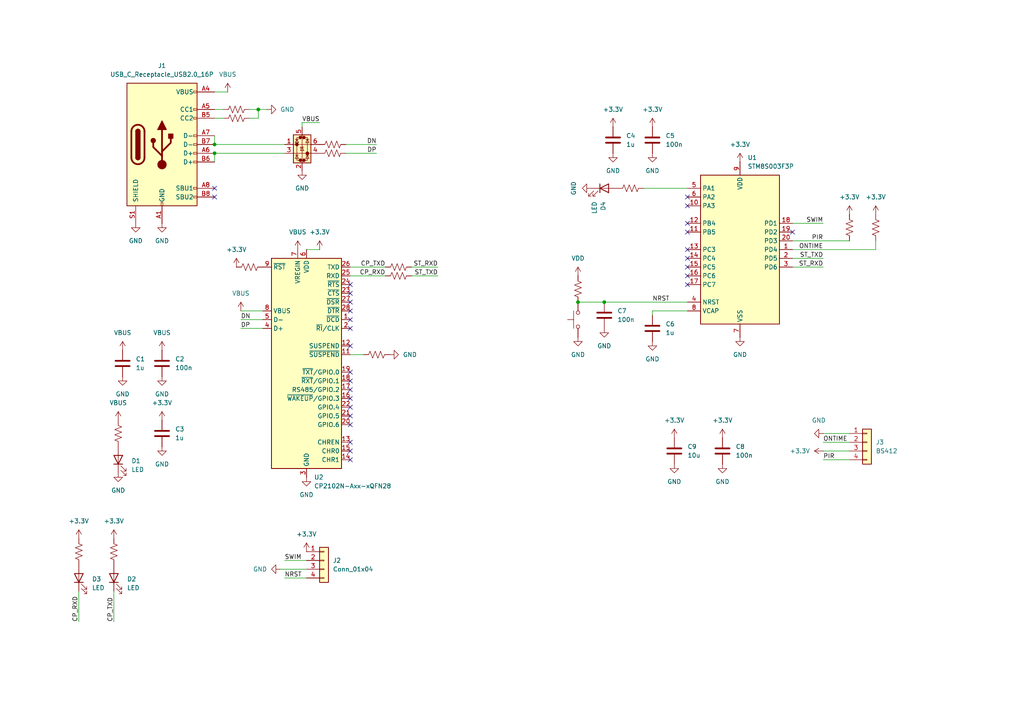
<source format=kicad_sch>
(kicad_sch (version 20231120) (generator "eeschema") (generator_version "8.0")
  (paper "A4")
  (lib_symbols
    (symbol "Connector:USB_C_Receptacle_USB2.0_16P" (pin_names (offset 1.016))
      (property "Reference" "J" (at 0 22.225 0))
      (property "Value" "USB_C_Receptacle_USB2.0_16P" (at 0 19.685 0))
      (symbol "USB_C_Receptacle_USB2.0_16P_0_0"
        (rectangle (start -0.254 -17.78) (end 0.254 -16.764))
        (rectangle (start 10.16 -14.986) (end 9.144 -15.494))
        (rectangle (start 10.16 -12.446) (end 9.144 -12.954))
        (rectangle (start 10.16 -4.826) (end 9.144 -5.334))
        (rectangle (start 10.16 -2.286) (end 9.144 -2.794))
        (rectangle (start 10.16 0.254) (end 9.144 -0.254))
        (rectangle (start 10.16 2.794) (end 9.144 2.286))
        (rectangle (start 10.16 7.874) (end 9.144 7.366))
        (rectangle (start 10.16 10.414) (end 9.144 9.906))
        (rectangle (start 10.16 15.494) (end 9.144 14.986))
      )
      (symbol "USB_C_Receptacle_USB2.0_16P_0_1"
        (rectangle (start -10.16 17.78) (end 10.16 -17.78) (stroke (width 0.254)) (fill (type background)))
        (arc (start -8.89 -3.81) (mid -6.985 -5.7067) (end -5.08 -3.81) (stroke (width 0.508)))
        (arc (start -7.62 -3.81) (mid -6.985 -4.4423) (end -6.35 -3.81) (stroke (width 0.254)))
        (arc (start -7.62 -3.81) (mid -6.985 -4.4423) (end -6.35 -3.81) (stroke (width 0.254)) (fill (type outline)))
        (rectangle (start -7.62 -3.81) (end -6.35 3.81) (stroke (width 0.254)) (fill (type outline)))
        (arc (start -6.35 3.81) (mid -6.985 4.4423) (end -7.62 3.81) (stroke (width 0.254)))
        (arc (start -6.35 3.81) (mid -6.985 4.4423) (end -7.62 3.81) (stroke (width 0.254)) (fill (type outline)))
        (arc (start -5.08 3.81) (mid -6.985 5.7067) (end -8.89 3.81) (stroke (width 0.508)))
        (circle (center -2.54 1.143) (radius 0.635) (stroke (width 0.254)) (fill (type outline)))
        (circle (center 0 -5.842) (radius 1.27) (fill (type outline)))
        (polyline (pts (xy -8.89 -3.81) (xy -8.89 3.81)) (stroke (width 0.508)))
        (polyline (pts (xy -5.08 3.81) (xy -5.08 -3.81)) (stroke (width 0.508)))
        (polyline (pts (xy 0 -5.842) (xy 0 4.318)) (stroke (width 0.508)))
        (polyline (pts (xy 0 -3.302) (xy -2.54 -0.762) (xy -2.54 0.508)) (stroke (width 0.508)))
        (polyline (pts (xy 0 -2.032) (xy 2.54 0.508) (xy 2.54 1.778)) (stroke (width 0.508)))
        (polyline (pts (xy -1.27 4.318) (xy 0 6.858) (xy 1.27 4.318) (xy -1.27 4.318)) (stroke (width 0.254)) (fill (type outline)))
        (rectangle (start 1.905 1.778) (end 3.175 3.048) (stroke (width 0.254)) (fill (type outline)))
      )
      (symbol "USB_C_Receptacle_USB2.0_16P_1_1"
        (pin passive line (at 0 -22.86 90) (length 5.08) (name "GND") (number "A1"))
        (pin passive line (at 0 -22.86 90) (length 5.08) hide (name "GND") (number "A12"))
        (pin passive line (at 15.24 15.24 180) (length 5.08) (name "VBUS") (number "A4"))
        (pin bidirectional line (at 15.24 10.16 180) (length 5.08) (name "CC1") (number "A5"))
        (pin bidirectional line (at 15.24 -2.54 180) (length 5.08) (name "D+") (number "A6"))
        (pin bidirectional line (at 15.24 2.54 180) (length 5.08) (name "D-") (number "A7"))
        (pin bidirectional line (at 15.24 -12.7 180) (length 5.08) (name "SBU1") (number "A8"))
        (pin passive line (at 15.24 15.24 180) (length 5.08) hide (name "VBUS") (number "A9"))
        (pin passive line (at 0 -22.86 90) (length 5.08) hide (name "GND") (number "B1"))
        (pin passive line (at 0 -22.86 90) (length 5.08) hide (name "GND") (number "B12"))
        (pin passive line (at 15.24 15.24 180) (length 5.08) hide (name "VBUS") (number "B4"))
        (pin bidirectional line (at 15.24 7.62 180) (length 5.08) (name "CC2") (number "B5"))
        (pin bidirectional line (at 15.24 -5.08 180) (length 5.08) (name "D+") (number "B6"))
        (pin bidirectional line (at 15.24 0 180) (length 5.08) (name "D-") (number "B7"))
        (pin bidirectional line (at 15.24 -15.24 180) (length 5.08) (name "SBU2") (number "B8"))
        (pin passive line (at 15.24 15.24 180) (length 5.08) hide (name "VBUS") (number "B9"))
        (pin passive line (at -7.62 -22.86 90) (length 5.08) (name "SHIELD") (number "S1"))
      )
    )
    (symbol "Connector_Generic:Conn_01x04" (pin_names (offset 1.016) hide)
      (property "Reference" "J" (at 0 5.08 0))
      (property "Value" "Conn_01x04" (at 0 -7.62 0))
      (symbol "Conn_01x04_1_1"
        (rectangle (start -1.27 -4.953) (end 0 -5.207) (stroke (width 0.1524)))
        (rectangle (start -1.27 -2.413) (end 0 -2.667) (stroke (width 0.1524)))
        (rectangle (start -1.27 0.127) (end 0 -0.127) (stroke (width 0.1524)))
        (rectangle (start -1.27 2.667) (end 0 2.413) (stroke (width 0.1524)))
        (rectangle (start -1.27 3.81) (end 1.27 -6.35) (stroke (width 0.254)) (fill (type background)))
        (pin passive line (at -5.08 2.54 0) (length 3.81) (name "Pin_1") (number "1"))
        (pin passive line (at -5.08 0 0) (length 3.81) (name "Pin_2") (number "2"))
        (pin passive line (at -5.08 -2.54 0) (length 3.81) (name "Pin_3") (number "3"))
        (pin passive line (at -5.08 -5.08 0) (length 3.81) (name "Pin_4") (number "4"))
      )
    )
    (symbol "Device:C" (pin_numbers hide) (pin_names (offset 0.254))
      (property "Reference" "C" (at 0.635 2.54 0))
      (property "Value" "C" (at 0.635 -2.54 0))
      (symbol "C_0_1"
        (polyline (pts (xy -2.032 -0.762) (xy 2.032 -0.762)) (stroke (width 0.508)))
        (polyline (pts (xy -2.032 0.762) (xy 2.032 0.762)) (stroke (width 0.508)))
      )
      (symbol "C_1_1"
        (pin passive line (at 0 3.81 270) (length 2.794) (name "~") (number "1"))
        (pin passive line (at 0 -3.81 90) (length 2.794) (name "~") (number "2"))
      )
    )
    (symbol "Device:LED" (pin_numbers hide) (pin_names (offset 1.016) hide)
      (property "Reference" "D" (at 0 2.54 0))
      (property "Value" "LED" (at 0 -2.54 0))
      (symbol "LED_0_1"
        (polyline (pts (xy -1.27 -1.27) (xy -1.27 1.27)) (stroke (width 0.254)))
        (polyline (pts (xy -1.27 0) (xy 1.27 0)))
        (polyline (pts (xy 1.27 -1.27) (xy 1.27 1.27) (xy -1.27 0) (xy 1.27 -1.27)) (stroke (width 0.254)))
        (polyline (pts (xy -3.048 -0.762) (xy -4.572 -2.286) (xy -3.81 -2.286) (xy -4.572 -2.286) (xy -4.572 -1.524)))
        (polyline (pts (xy -1.778 -0.762) (xy -3.302 -2.286) (xy -2.54 -2.286) (xy -3.302 -2.286) (xy -3.302 -1.524)))
      )
      (symbol "LED_1_1"
        (pin passive line (at -3.81 0 0) (length 2.54) (name "K") (number "1"))
        (pin passive line (at 3.81 0 180) (length 2.54) (name "A") (number "2"))
      )
    )
    (symbol "Device:R_US" (pin_numbers hide) (pin_names (offset 0))
      (property "Reference" "R" (at 2.54 0 90))
      (property "Value" "R_US" (at -2.54 0 90))
      (symbol "R_US_0_1"
        (polyline (pts (xy 0 -2.286) (xy 0 -2.54)))
        (polyline (pts (xy 0 2.286) (xy 0 2.54)))
        (polyline (pts (xy 0 -0.762) (xy 1.016 -1.143) (xy 0 -1.524) (xy -1.016 -1.905) (xy 0 -2.286)))
        (polyline (pts (xy 0 0.762) (xy 1.016 0.381) (xy 0 0) (xy -1.016 -0.381) (xy 0 -0.762)))
        (polyline (pts (xy 0 2.286) (xy 1.016 1.905) (xy 0 1.524) (xy -1.016 1.143) (xy 0 0.762)))
      )
      (symbol "R_US_1_1"
        (pin passive line (at 0 3.81 270) (length 1.27) (name "~") (number "1"))
        (pin passive line (at 0 -3.81 90) (length 1.27) (name "~") (number "2"))
      )
    )
    (symbol "Interface_USB:CP2102N-Axx-xQFN28"
      (property "Reference" "U" (at -8.89 31.75 0))
      (property "Value" "CP2102N-Axx-xQFN28" (at 12.7 31.75 0))
      (symbol "CP2102N-Axx-xQFN28_0_1"
        (rectangle (start -10.16 30.48) (end 10.16 -30.48) (stroke (width 0.254)) (fill (type background)))
      )
      (symbol "CP2102N-Axx-xQFN28_1_1"
        (pin input line (at 12.7 12.7 180) (length 2.54) (name "~{DCD}") (number "1"))
        (pin no_connect line (at -10.16 -27.94 0) (length 2.54) hide (name "NC") (number "10"))
        (pin output line (at 12.7 2.54 180) (length 2.54) (name "~{SUSPEND}") (number "11"))
        (pin output line (at 12.7 5.08 180) (length 2.54) (name "SUSPEND") (number "12"))
        (pin output line (at 12.7 -22.86 180) (length 2.54) (name "CHREN") (number "13"))
        (pin output line (at 12.7 -27.94 180) (length 2.54) (name "CHR1") (number "14"))
        (pin output line (at 12.7 -25.4 180) (length 2.54) (name "CHR0") (number "15"))
        (pin bidirectional line (at 12.7 -10.16 180) (length 2.54) (name "~{WAKEUP}/GPIO.3") (number "16"))
        (pin bidirectional line (at 12.7 -7.62 180) (length 2.54) (name "RS485/GPIO.2") (number "17"))
        (pin bidirectional line (at 12.7 -5.08 180) (length 2.54) (name "~{RXT}/GPIO.1") (number "18"))
        (pin bidirectional line (at 12.7 -2.54 180) (length 2.54) (name "~{TXT}/GPIO.0") (number "19"))
        (pin bidirectional line (at 12.7 10.16 180) (length 2.54) (name "~{RI}/CLK") (number "2"))
        (pin bidirectional line (at 12.7 -17.78 180) (length 2.54) (name "GPIO.6") (number "20"))
        (pin bidirectional line (at 12.7 -15.24 180) (length 2.54) (name "GPIO.5") (number "21"))
        (pin bidirectional line (at 12.7 -12.7 180) (length 2.54) (name "GPIO.4") (number "22"))
        (pin input line (at 12.7 20.32 180) (length 2.54) (name "~{CTS}") (number "23"))
        (pin output line (at 12.7 22.86 180) (length 2.54) (name "~{RTS}") (number "24"))
        (pin input line (at 12.7 25.4 180) (length 2.54) (name "RXD") (number "25"))
        (pin output line (at 12.7 27.94 180) (length 2.54) (name "TXD") (number "26"))
        (pin input line (at 12.7 17.78 180) (length 2.54) (name "~{DSR}") (number "27"))
        (pin output line (at 12.7 15.24 180) (length 2.54) (name "~{DTR}") (number "28"))
        (pin passive line (at 0 -33.02 90) (length 2.54) hide (name "GND") (number "29"))
        (pin power_in line (at 0 -33.02 90) (length 2.54) (name "GND") (number "3"))
        (pin bidirectional line (at -12.7 10.16 0) (length 2.54) (name "D+") (number "4"))
        (pin bidirectional line (at -12.7 12.7 0) (length 2.54) (name "D-") (number "5"))
        (pin power_in line (at 0 33.02 270) (length 2.54) (name "VDD") (number "6"))
        (pin power_in line (at -2.54 33.02 270) (length 2.54) (name "VREGIN") (number "7"))
        (pin input line (at -12.7 15.24 0) (length 2.54) (name "VBUS") (number "8"))
        (pin input line (at -12.7 27.94 0) (length 2.54) (name "~{RST}") (number "9"))
      )
    )
    (symbol "MCU_ST_STM8:STM8S003F3P"
      (property "Reference" "U" (at 1.27 25.4 0))
      (property "Value" "STM8S003F3P" (at 1.27 22.86 0))
      (symbol "STM8S003F3P_0_1"
        (rectangle (start -11.43 21.59) (end 11.43 -21.59) (stroke (width 0.254)) (fill (type background)))
      )
      (symbol "STM8S003F3P_1_1"
        (pin bidirectional line (at 15.24 0 180) (length 3.81) (name "PD4") (number "1"))
        (pin bidirectional line (at -15.24 12.7 0) (length 3.81) (name "PA3") (number "10"))
        (pin bidirectional line (at -15.24 5.08 0) (length 3.81) (name "PB5") (number "11"))
        (pin bidirectional line (at -15.24 7.62 0) (length 3.81) (name "PB4") (number "12"))
        (pin bidirectional line (at -15.24 0 0) (length 3.81) (name "PC3") (number "13"))
        (pin bidirectional line (at -15.24 -2.54 0) (length 3.81) (name "PC4") (number "14"))
        (pin bidirectional line (at -15.24 -5.08 0) (length 3.81) (name "PC5") (number "15"))
        (pin bidirectional line (at -15.24 -7.62 0) (length 3.81) (name "PC6") (number "16"))
        (pin bidirectional line (at -15.24 -10.16 0) (length 3.81) (name "PC7") (number "17"))
        (pin bidirectional line (at 15.24 7.62 180) (length 3.81) (name "PD1") (number "18"))
        (pin bidirectional line (at 15.24 5.08 180) (length 3.81) (name "PD2") (number "19"))
        (pin bidirectional line (at 15.24 -2.54 180) (length 3.81) (name "PD5") (number "2"))
        (pin bidirectional line (at 15.24 2.54 180) (length 3.81) (name "PD3") (number "20"))
        (pin bidirectional line (at 15.24 -5.08 180) (length 3.81) (name "PD6") (number "3"))
        (pin input line (at -15.24 -15.24 0) (length 3.81) (name "NRST") (number "4"))
        (pin bidirectional line (at -15.24 17.78 0) (length 3.81) (name "PA1") (number "5"))
        (pin bidirectional line (at -15.24 15.24 0) (length 3.81) (name "PA2") (number "6"))
        (pin power_in line (at 0 -25.4 90) (length 3.81) (name "VSS") (number "7"))
        (pin passive line (at -15.24 -17.78 0) (length 3.81) (name "VCAP") (number "8"))
        (pin power_in line (at 0 25.4 270) (length 3.81) (name "VDD") (number "9"))
      )
    )
    (symbol "Power_Protection:USBLC6-2SC6" (pin_names hide)
      (property "Reference" "U" (at 0.635 5.715 0))
      (property "Value" "USBLC6-2SC6" (at 0.635 3.81 0))
      (symbol "USBLC6-2SC6_0_0"
        (circle (center -1.524 0) (radius 0.0001) (stroke (width 0.508)))
        (circle (center -0.508 -4.572) (radius 0.0001) (stroke (width 0.508)))
        (circle (center -0.508 2.032) (radius 0.0001) (stroke (width 0.508)))
        (circle (center 0.508 -4.572) (radius 0.0001) (stroke (width 0.508)))
        (circle (center 0.508 2.032) (radius 0.0001) (stroke (width 0.508)))
        (circle (center 1.524 -2.54) (radius 0.0001) (stroke (width 0.508)))
      )
      (symbol "USBLC6-2SC6_0_1"
        (polyline (pts (xy -2.54 -2.54) (xy 2.54 -2.54)))
        (polyline (pts (xy -2.54 0) (xy 2.54 0)))
        (polyline (pts (xy -2.032 -3.048) (xy -1.016 -3.048)))
        (polyline (pts (xy -1.016 1.524) (xy -2.032 1.524)))
        (polyline (pts (xy 1.016 -3.048) (xy 2.032 -3.048)))
        (polyline (pts (xy 1.016 1.524) (xy 2.032 1.524)))
        (polyline (pts (xy -0.508 -1.143) (xy -0.508 -0.762) (xy 0.508 -0.762)))
        (polyline (pts (xy -2.032 0.508) (xy -1.016 0.508) (xy -1.524 1.524) (xy -2.032 0.508)))
        (polyline (pts (xy -1.016 -4.064) (xy -2.032 -4.064) (xy -1.524 -3.048) (xy -1.016 -4.064)))
        (polyline (pts (xy 0.508 -1.778) (xy -0.508 -1.778) (xy 0 -0.762) (xy 0.508 -1.778)))
        (polyline (pts (xy 2.032 -4.064) (xy 1.016 -4.064) (xy 1.524 -3.048) (xy 2.032 -4.064)))
        (polyline (pts (xy 2.032 0.508) (xy 1.016 0.508) (xy 1.524 1.524) (xy 2.032 0.508)))
        (polyline (pts (xy 0 2.54) (xy -0.508 2.032) (xy 0.508 2.032) (xy 0 1.524) (xy 0 -4.064) (xy -0.508 -4.572) (xy 0.508 -4.572) (xy 0 -5.08)))
      )
      (symbol "USBLC6-2SC6_1_1"
        (rectangle (start -2.54 2.794) (end 2.54 -5.334) (stroke (width 0.254)) (fill (type background)))
        (polyline (pts (xy -0.508 2.032) (xy -1.524 2.032) (xy -1.524 -4.572) (xy -0.508 -4.572)))
        (polyline (pts (xy 0.508 -4.572) (xy 1.524 -4.572) (xy 1.524 2.032) (xy 0.508 2.032)))
        (pin passive line (at -5.08 0 0) (length 2.54) (name "I/O1") (number "1"))
        (pin passive line (at 0 -7.62 90) (length 2.54) (name "GND") (number "2"))
        (pin passive line (at -5.08 -2.54 0) (length 2.54) (name "I/O2") (number "3"))
        (pin passive line (at 5.08 -2.54 180) (length 2.54) (name "I/O2") (number "4"))
        (pin passive line (at 0 5.08 270) (length 2.54) (name "VBUS") (number "5"))
        (pin passive line (at 5.08 0 180) (length 2.54) (name "I/O1") (number "6"))
      )
    )
    (symbol "Switch:SW_Push" (pin_numbers hide) (pin_names (offset 1.016) hide)
      (property "Reference" "SW" (at 1.27 2.54 0))
      (property "Value" "SW_Push" (at 0 -1.524 0))
      (symbol "SW_Push_0_1"
        (circle (center -2.032 0) (radius 0.508))
        (polyline (pts (xy 0 1.27) (xy 0 3.048)))
        (polyline (pts (xy 2.54 1.27) (xy -2.54 1.27)))
        (circle (center 2.032 0) (radius 0.508))
        (pin passive line (at -5.08 0 0) (length 2.54) (name "1") (number "1"))
        (pin passive line (at 5.08 0 180) (length 2.54) (name "2") (number "2"))
      )
    )
    (symbol "power:+3.3V" (power) (pin_numbers hide) (pin_names (offset 0) hide)
      (property "Value" "+3.3V" (at 0 3.556 0))
      (symbol "+3.3V_0_1"
        (polyline (pts (xy -0.762 1.27) (xy 0 2.54)))
        (polyline (pts (xy 0 0) (xy 0 2.54)))
        (polyline (pts (xy 0 2.54) (xy 0.762 1.27)))
      )
      (symbol "+3.3V_1_1"
        (pin power_in line (at 0 0 90) (length 0) (name "~") (number "1"))
      )
    )
    (symbol "power:GND" (power) (pin_numbers hide) (pin_names (offset 0) hide)
      (property "Value" "GND" (at 0 -3.81 0))
      (symbol "GND_0_1"
        (polyline (pts (xy 0 0) (xy 0 -1.27) (xy 1.27 -1.27) (xy 0 -2.54) (xy -1.27 -1.27) (xy 0 -1.27)))
      )
      (symbol "GND_1_1"
        (pin power_in line (at 0 0 270) (length 0) (name "~") (number "1"))
      )
    )
    (symbol "power:VBUS" (power) (pin_numbers hide) (pin_names (offset 0) hide)
      (property "Value" "VBUS" (at 0 3.556 0))
      (symbol "VBUS_0_1"
        (polyline (pts (xy -0.762 1.27) (xy 0 2.54)))
        (polyline (pts (xy 0 0) (xy 0 2.54)))
        (polyline (pts (xy 0 2.54) (xy 0.762 1.27)))
      )
      (symbol "VBUS_1_1"
        (pin power_in line (at 0 0 90) (length 0) (name "~") (number "1"))
      )
    )
    (symbol "power:VDD" (power) (pin_numbers hide) (pin_names (offset 0) hide)
      (property "Value" "VDD" (at 0 3.556 0))
      (symbol "VDD_0_1"
        (polyline (pts (xy -0.762 1.27) (xy 0 2.54)))
        (polyline (pts (xy 0 0) (xy 0 2.54)))
        (polyline (pts (xy 0 2.54) (xy 0.762 1.27)))
      )
      (symbol "VDD_1_1"
        (pin power_in line (at 0 0 90) (length 0) (name "~") (number "1"))
      )
    )
  )
  (junction (at 175.26 87.63))
  (junction (at 62.23 44.45))
  (junction (at 62.23 41.91))
  (junction (at 74.93 31.75))
  (junction (at 167.64 87.63))
  (no_connect (at 101.6 130.81))
  (no_connect (at 199.39 64.77))
  (no_connect (at 101.6 107.95))
  (no_connect (at 101.6 87.63))
  (no_connect (at 101.6 118.11))
  (no_connect (at 101.6 128.27))
  (no_connect (at 101.6 85.09))
  (no_connect (at 199.39 74.93))
  (no_connect (at 101.6 120.65))
  (no_connect (at 199.39 82.55))
  (no_connect (at 229.87 67.31))
  (no_connect (at 101.6 133.35))
  (no_connect (at 101.6 115.57))
  (no_connect (at 199.39 57.15))
  (no_connect (at 101.6 100.33))
  (no_connect (at 101.6 110.49))
  (no_connect (at 199.39 59.69))
  (no_connect (at 62.23 54.61))
  (no_connect (at 101.6 113.03))
  (no_connect (at 199.39 67.31))
  (no_connect (at 199.39 77.47))
  (no_connect (at 101.6 92.71))
  (no_connect (at 101.6 90.17))
  (no_connect (at 101.6 123.19))
  (no_connect (at 101.6 95.25))
  (no_connect (at 199.39 80.01))
  (no_connect (at 101.6 82.55))
  (no_connect (at 199.39 72.39))
  (no_connect (at 62.23 57.15))
  (wire (pts (xy 101.6 80.01) (xy 111.76 80.01)))
  (wire (pts (xy 81.28 165.1) (xy 88.9 165.1)))
  (wire (pts (xy 82.55 162.56) (xy 88.9 162.56)))
  (wire (pts (xy 62.23 26.67) (xy 66.04 26.67)))
  (wire (pts (xy 74.93 34.29) (xy 74.93 31.75)))
  (wire (pts (xy 229.87 69.85) (xy 246.38 69.85)))
  (wire (pts (xy 254 69.85) (xy 254 72.39)))
  (wire (pts (xy 238.76 130.81) (xy 246.38 130.81)))
  (wire (pts (xy 119.38 77.47) (xy 127 77.47)))
  (wire (pts (xy 238.76 74.93) (xy 229.87 74.93)))
  (wire (pts (xy 62.23 31.75) (xy 64.77 31.75)))
  (wire (pts (xy 62.23 44.45) (xy 62.23 46.99)))
  (wire (pts (xy 238.76 128.27) (xy 246.38 128.27)))
  (wire (pts (xy 72.39 34.29) (xy 74.93 34.29)))
  (wire (pts (xy 33.02 171.45) (xy 33.02 180.34)))
  (wire (pts (xy 69.85 95.25) (xy 76.2 95.25)))
  (wire (pts (xy 109.22 44.45) (xy 100.33 44.45)))
  (wire (pts (xy 229.87 72.39) (xy 254 72.39)))
  (wire (pts (xy 62.23 39.37) (xy 62.23 41.91)))
  (wire (pts (xy 238.76 77.47) (xy 229.87 77.47)))
  (wire (pts (xy 62.23 41.91) (xy 82.55 41.91)))
  (wire (pts (xy 82.55 167.64) (xy 88.9 167.64)))
  (wire (pts (xy 119.38 80.01) (xy 127 80.01)))
  (wire (pts (xy 92.71 35.56) (xy 87.63 35.56)))
  (wire (pts (xy 69.85 92.71) (xy 76.2 92.71)))
  (wire (pts (xy 238.76 64.77) (xy 229.87 64.77)))
  (wire (pts (xy 199.39 90.17) (xy 189.23 90.17)))
  (wire (pts (xy 72.39 31.75) (xy 74.93 31.75)))
  (wire (pts (xy 109.22 41.91) (xy 100.33 41.91)))
  (wire (pts (xy 22.86 171.45) (xy 22.86 180.34)))
  (wire (pts (xy 167.64 87.63) (xy 175.26 87.63)))
  (wire (pts (xy 64.77 34.29) (xy 62.23 34.29)))
  (wire (pts (xy 238.76 125.73) (xy 246.38 125.73)))
  (wire (pts (xy 92.71 72.39) (xy 88.9 72.39)))
  (wire (pts (xy 87.63 35.56) (xy 87.63 36.83)))
  (wire (pts (xy 105.41 102.87) (xy 101.6 102.87)))
  (wire (pts (xy 62.23 44.45) (xy 82.55 44.45)))
  (wire (pts (xy 175.26 87.63) (xy 199.39 87.63)))
  (wire (pts (xy 189.23 90.17) (xy 189.23 91.44)))
  (wire (pts (xy 74.93 31.75) (xy 77.47 31.75)))
  (wire (pts (xy 199.39 54.61) (xy 186.69 54.61)))
  (wire (pts (xy 238.76 133.35) (xy 246.38 133.35)))
  (wire (pts (xy 69.85 90.17) (xy 76.2 90.17)))
  (wire (pts (xy 101.6 77.47) (xy 111.76 77.47)))
  (label "SWIM" (at 238.76 64.77 180))
  (label "CP_TXD" (at 33.02 180.34 90))
  (label "DP" (at 109.22 44.45 180))
  (label "PIR" (at 238.76 69.85 180))
  (label "PIR" (at 238.76 133.35 0))
  (label "CP_RXD" (at 111.76 80.01 180))
  (label "ONTIME" (at 238.76 72.39 180))
  (label "NRST" (at 82.55 167.64 0))
  (label "ONTIME" (at 238.76 128.27 0))
  (label "DN" (at 109.22 41.91 180))
  (label "CP_RXD" (at 22.86 180.34 90))
  (label "ST_RXD" (at 127 77.47 180))
  (label "VBUS" (at 92.71 35.56 180))
  (label "DN" (at 69.85 92.71 0))
  (label "CP_TXD" (at 111.76 77.47 180))
  (label "ST_TXD" (at 127 80.01 180))
  (label "DP" (at 69.85 95.25 0))
  (label "NRST" (at 189.23 87.63 0))
  (label "SWIM" (at 82.55 162.56 0))
  (label "ST_RXD" (at 238.76 77.47 180))
  (label "ST_TXD" (at 238.76 74.93 180))
  (symbol (lib_id "Device:C") (at 189.23 95.25 0) (unit 1)
    (property "Reference" "C6" (at 193.04 93.9799 0) (effects (justify left)))
    (property "Value" "1u" (at 193.04 96.5199 0) (effects (justify left)))
    (property "Footprint" "Capacitor_SMD:C_0603_1608Metric" (effects (hide yes)))
    (property "Description" "Unpolarized capacitor" (effects (hide yes)))
  )
  (symbol (lib_id "Device:LED") (at 175.26 54.61 0) (unit 1)
    (property "Reference" "D4" (at 174.9426 58.42 90) (effects (justify right)))
    (property "Value" "LED" (at 172.4026 58.42 90) (effects (justify right)))
    (property "Footprint" "LED_SMD:LED_0603_1608Metric" (effects (hide yes)))
    (property "Description" "Light emitting diode" (effects (hide yes)))
  )
  (symbol (lib_id "Device:R_US") (at 34.29 125.73 180) (unit 1)
    (property "Reference" "R10" (effects (hide yes)))
    (property "Value" "10k" (effects (hide yes)))
    (property "Footprint" "Resistor_SMD:R_0603_1608Metric" (effects (hide yes)))
    (property "Description" "Resistor, US symbol" (effects (hide yes)))
  )
  (symbol (lib_id "Device:R_US") (at 254 66.04 180) (unit 1)
    (property "Reference" "R15" (effects (hide yes)))
    (property "Value" "10k" (effects (hide yes)))
    (property "Footprint" "Resistor_SMD:R_0603_1608Metric" (effects (hide yes)))
    (property "Description" "Resistor, US symbol" (effects (hide yes)))
  )
  (symbol (lib_id "power:GND") (at 171.45 54.61 270) (unit 1)
    (property "Reference" "#PWR042" (effects (hide yes)))
    (property "Value" "GND" (at 166.37 54.61 0))
    (property "Description" "Power symbol creates a global label with name \"GND\" , ground" (effects (hide yes)))
  )
  (symbol (lib_id "Device:R_US") (at 246.38 66.04 180) (unit 1)
    (property "Reference" "R14" (effects (hide yes)))
    (property "Value" "10k" (effects (hide yes)))
    (property "Footprint" "Resistor_SMD:R_0603_1608Metric" (effects (hide yes)))
    (property "Description" "Resistor, US symbol" (effects (hide yes)))
  )
  (symbol (lib_id "power:GND") (at 209.55 134.62 0) (unit 1)
    (property "Reference" "#PWR037" (effects (hide yes)))
    (property "Value" "GND" (at 209.55 139.7 0))
    (property "Description" "Power symbol creates a global label with name \"GND\" , ground" (effects (hide yes)))
  )
  (symbol (lib_id "Device:C") (at 209.55 130.81 0) (unit 1)
    (property "Reference" "C8" (at 213.36 129.5399 0) (effects (justify left)))
    (property "Value" "100n" (at 213.36 132.0799 0) (effects (justify left)))
    (property "Footprint" "Capacitor_SMD:C_0603_1608Metric" (effects (hide yes)))
    (property "Description" "Unpolarized capacitor" (effects (hide yes)))
  )
  (symbol (lib_id "Device:C") (at 177.8 40.64 0) (unit 1)
    (property "Reference" "C4" (at 181.61 39.3699 0) (effects (justify left)))
    (property "Value" "1u" (at 181.61 41.9099 0) (effects (justify left)))
    (property "Footprint" "Capacitor_SMD:C_0603_1608Metric" (effects (hide yes)))
    (property "Description" "Unpolarized capacitor" (effects (hide yes)))
  )
  (symbol (lib_id "MCU_ST_STM8:STM8S003F3P") (at 214.63 72.39 0) (unit 1)
    (property "Reference" "U1" (at 216.8241 45.72 0) (effects (justify left)))
    (property "Value" "STM8S003F3P" (at 216.8241 48.26 0) (effects (justify left)))
    (property "Footprint" "Package_SO:TSSOP-20_4.4x6.5mm_P0.65mm" (effects (hide yes)))
    (property "Datasheet" "http://www.st.com/st-web-ui/static/active/en/resource/technical/document/datasheet/DM00024550.pdf" (effects (hide yes)))
    (property "Description" "16MHz, 8K Flash, 1K RAM, 128 EEPROM, USART, I²C, SPI, TSSOP-20" (effects (hide yes)))
  )
  (symbol (lib_id "power:+3.3V") (at 22.86 156.21 0) (unit 1)
    (property "Reference" "#PWR017" (effects (hide yes)))
    (property "Value" "+3.3V" (at 22.86 151.13 0))
    (property "Description" "Power symbol creates a global label with name \"+3.3V\"" (effects (hide yes)))
  )
  (symbol (lib_id "power:GND") (at 189.23 44.45 0) (unit 1)
    (property "Reference" "#PWR06" (effects (hide yes)))
    (property "Value" "GND" (at 189.23 49.53 0))
    (property "Description" "Power symbol creates a global label with name \"GND\" , ground" (effects (hide yes)))
  )
  (symbol (lib_id "power:GND") (at 214.63 97.79 0) (unit 1)
    (property "Reference" "#PWR019" (effects (hide yes)))
    (property "Value" "GND" (at 214.63 102.87 0))
    (property "Description" "Power symbol creates a global label with name \"GND\" , ground" (effects (hide yes)))
  )
  (symbol (lib_id "power:VBUS") (at 86.36 72.39 0) (unit 1)
    (property "Reference" "#PWR08" (effects (hide yes)))
    (property "Value" "VBUS" (at 86.36 67.31 0))
    (property "Description" "Power symbol creates a global label with name \"VBUS\"" (effects (hide yes)))
  )
  (symbol (lib_id "Device:R_US") (at 96.52 41.91 90) (unit 1)
    (property "Reference" "R3" (effects (hide yes)))
    (property "Value" "22R" (effects (hide yes)))
    (property "Footprint" "Resistor_SMD:R_0603_1608Metric" (effects (hide yes)))
    (property "Description" "Resistor, US symbol" (effects (hide yes)))
  )
  (symbol (lib_id "Interface_USB:CP2102N-Axx-xQFN28") (at 88.9 105.41 0) (unit 1)
    (property "Reference" "U2" (at 91.0941 138.43 0) (effects (justify left)))
    (property "Value" "CP2102N-Axx-xQFN28" (at 91.0941 140.97 0) (effects (justify left)))
    (property "Footprint" "Package_DFN_QFN:QFN-28-1EP_5x5mm_P0.5mm_EP3.35x3.35mm" (effects (hide yes)))
    (property "Datasheet" "https://www.silabs.com/documents/public/data-sheets/cp2102n-datasheet.pdf" (effects (hide yes)))
    (property "Description" "USB to UART master bridge, QFN-28" (effects (hide yes)))
  )
  (symbol (lib_id "Device:R_US") (at 167.64 83.82 180) (unit 1)
    (property "Reference" "R13" (effects (hide yes)))
    (property "Value" "10k" (effects (hide yes)))
    (property "Footprint" "Resistor_SMD:R_0603_1608Metric" (effects (hide yes)))
    (property "Description" "Resistor, US symbol" (effects (hide yes)))
  )
  (symbol (lib_id "power:+3.3V") (at 195.58 127 0) (unit 1)
    (property "Reference" "#PWR034" (effects (hide yes)))
    (property "Value" "+3.3V" (at 195.58 121.92 0))
    (property "Description" "Power symbol creates a global label with name \"+3.3V\"" (effects (hide yes)))
  )
  (symbol (lib_id "power:GND") (at 167.64 97.79 0) (unit 1)
    (property "Reference" "#PWR030" (effects (hide yes)))
    (property "Value" "GND" (at 167.64 102.87 0))
    (property "Description" "Power symbol creates a global label with name \"GND\" , ground" (effects (hide yes)))
  )
  (symbol (lib_id "power:GND") (at 46.99 109.22 0) (unit 1)
    (property "Reference" "#PWR015" (effects (hide yes)))
    (property "Value" "GND" (at 46.99 114.3 0))
    (property "Description" "Power symbol creates a global label with name \"GND\" , ground" (effects (hide yes)))
  )
  (symbol (lib_id "Device:LED") (at 33.02 167.64 90) (unit 1)
    (property "Reference" "D2" (at 36.83 167.9574 90) (effects (justify right)))
    (property "Value" "LED" (at 36.83 170.4974 90) (effects (justify right)))
    (property "Footprint" "LED_SMD:LED_0603_1608Metric" (effects (hide yes)))
    (property "Description" "Light emitting diode" (effects (hide yes)))
  )
  (symbol (lib_id "power:VBUS") (at 69.85 90.17 0) (unit 1)
    (property "Reference" "#PWR09" (effects (hide yes)))
    (property "Value" "VBUS" (at 69.85 85.09 0))
    (property "Description" "Power symbol creates a global label with name \"VBUS\"" (effects (hide yes)))
  )
  (symbol (lib_id "Connector_Generic:Conn_01x04") (at 93.98 162.56 0) (unit 1)
    (property "Reference" "J2" (at 96.52 162.5599 0) (effects (justify left)))
    (property "Value" "Conn_01x04" (at 96.52 165.0999 0) (effects (justify left)))
    (property "Footprint" "Connector_PinHeader_2.00mm:PinHeader_1x04_P2.00mm_Vertical" (effects (hide yes)))
    (property "Description" "Generic connector, single row, 01x04, script generated (kicad-library-utils/schlib/autogen/connector/)" (effects (hide yes)))
  )
  (symbol (lib_id "power:+3.3V") (at 189.23 36.83 0) (unit 1)
    (property "Reference" "#PWR023" (effects (hide yes)))
    (property "Value" "+3.3V" (at 189.23 31.75 0))
    (property "Description" "Power symbol creates a global label with name \"+3.3V\"" (effects (hide yes)))
  )
  (symbol (lib_id "power:GND") (at 34.29 137.16 0) (unit 1)
    (property "Reference" "#PWR025" (effects (hide yes)))
    (property "Value" "GND" (at 34.29 142.24 0))
    (property "Description" "Power symbol creates a global label with name \"GND\" , ground" (effects (hide yes)))
  )
  (symbol (lib_id "Device:R_US") (at 68.58 31.75 90) (unit 1)
    (property "Reference" "R2" (effects (hide yes)))
    (property "Value" "5.1k" (effects (hide yes)))
    (property "Footprint" "Resistor_SMD:R_0603_1608Metric" (effects (hide yes)))
    (property "Description" "Resistor, US symbol" (effects (hide yes)))
  )
  (symbol (lib_id "power:+3.3V") (at 68.58 77.47 0) (unit 1)
    (property "Reference" "#PWR011" (effects (hide yes)))
    (property "Value" "+3.3V" (at 68.58 72.39 0))
    (property "Description" "Power symbol creates a global label with name \"+3.3V\"" (effects (hide yes)))
  )
  (symbol (lib_id "Device:R_US") (at 109.22 102.87 90) (unit 1)
    (property "Reference" "R9" (effects (hide yes)))
    (property "Value" "10k" (effects (hide yes)))
    (property "Footprint" "Resistor_SMD:R_0603_1608Metric" (effects (hide yes)))
    (property "Description" "Resistor, US symbol" (effects (hide yes)))
  )
  (symbol (lib_id "power:+3.3V") (at 246.38 62.23 0) (unit 1)
    (property "Reference" "#PWR027" (effects (hide yes)))
    (property "Value" "+3.3V" (at 246.38 57.15 0))
    (property "Description" "Power symbol creates a global label with name \"+3.3V\"" (effects (hide yes)))
  )
  (symbol (lib_id "power:GND") (at 189.23 99.06 0) (unit 1)
    (property "Reference" "#PWR029" (effects (hide yes)))
    (property "Value" "GND" (at 189.23 104.14 0))
    (property "Description" "Power symbol creates a global label with name \"GND\" , ground" (effects (hide yes)))
  )
  (symbol (lib_id "power:VBUS") (at 34.29 121.92 0) (unit 1)
    (property "Reference" "#PWR024" (effects (hide yes)))
    (property "Value" "VBUS" (at 34.29 116.84 0))
    (property "Description" "Power symbol creates a global label with name \"VBUS\"" (effects (hide yes)))
  )
  (symbol (lib_id "power:GND") (at 87.63 49.53 0) (unit 1)
    (property "Reference" "#PWR02" (effects (hide yes)))
    (property "Value" "GND" (at 87.63 54.61 0))
    (property "Description" "Power symbol creates a global label with name \"GND\" , ground" (effects (hide yes)))
  )
  (symbol (lib_id "power:GND") (at 175.26 95.25 0) (unit 1)
    (property "Reference" "#PWR031" (effects (hide yes)))
    (property "Value" "GND" (at 175.26 100.33 0))
    (property "Description" "Power symbol creates a global label with name \"GND\" , ground" (effects (hide yes)))
  )
  (symbol (lib_id "power:+3.3V") (at 214.63 46.99 0) (unit 1)
    (property "Reference" "#PWR020" (effects (hide yes)))
    (property "Value" "+3.3V" (at 214.63 41.91 0))
    (property "Description" "Power symbol creates a global label with name \"+3.3V\"" (effects (hide yes)))
  )
  (symbol (lib_id "power:+3.3V") (at 92.71 72.39 0) (unit 1)
    (property "Reference" "#PWR07" (effects (hide yes)))
    (property "Value" "+3.3V" (at 92.71 67.31 0))
    (property "Description" "Power symbol creates a global label with name \"+3.3V\"" (effects (hide yes)))
  )
  (symbol (lib_id "power:+3.3V") (at 238.76 130.81 90) (unit 1)
    (property "Reference" "#PWR040" (effects (hide yes)))
    (property "Value" "+3.3V" (at 234.95 130.8099 90) (effects (justify left)))
    (property "Description" "Power symbol creates a global label with name \"+3.3V\"" (effects (hide yes)))
  )
  (symbol (lib_id "power:GND") (at 46.99 64.77 0) (unit 1)
    (property "Reference" "#PWR03" (effects (hide yes)))
    (property "Value" "GND" (at 46.99 69.85 0))
    (property "Description" "Power symbol creates a global label with name \"GND\" , ground" (effects (hide yes)))
  )
  (symbol (lib_id "Device:R_US") (at 115.57 80.01 90) (unit 1)
    (property "Reference" "R8" (effects (hide yes)))
    (property "Value" "22R" (effects (hide yes)))
    (property "Footprint" "Resistor_SMD:R_0603_1608Metric" (effects (hide yes)))
    (property "Description" "Resistor, US symbol" (effects (hide yes)))
  )
  (symbol (lib_id "power:GND") (at 46.99 129.54 0) (unit 1)
    (property "Reference" "#PWR016" (effects (hide yes)))
    (property "Value" "GND" (at 46.99 134.62 0))
    (property "Description" "Power symbol creates a global label with name \"GND\" , ground" (effects (hide yes)))
  )
  (symbol (lib_id "power:+3.3V") (at 254 62.23 0) (unit 1)
    (property "Reference" "#PWR038" (effects (hide yes)))
    (property "Value" "+3.3V" (at 254 57.15 0))
    (property "Description" "Power symbol creates a global label with name \"+3.3V\"" (effects (hide yes)))
  )
  (symbol (lib_id "power:GND") (at 39.37 64.77 0) (unit 1)
    (property "Reference" "#PWR04" (effects (hide yes)))
    (property "Value" "GND" (at 39.37 69.85 0))
    (property "Description" "Power symbol creates a global label with name \"GND\" , ground" (effects (hide yes)))
  )
  (symbol (lib_id "Power_Protection:USBLC6-2SC6") (at 87.63 41.91 0) (unit 1)
    (property "Reference" "U3" (effects (hide yes)))
    (property "Value" "USBLC6-2SC6" (effects (hide yes)))
    (property "Footprint" "Package_TO_SOT_SMD:SOT-23-6" (effects (hide yes)))
    (property "Datasheet" "https://www.st.com/resource/en/datasheet/usblc6-2.pdf" (effects (hide yes)))
    (property "Description" "Very low capacitance ESD protection diode, 2 data-line, SOT-23-6" (effects (hide yes)))
  )
  (symbol (lib_id "power:GND") (at 35.56 109.22 0) (unit 1)
    (property "Reference" "#PWR014" (effects (hide yes)))
    (property "Value" "GND" (at 35.56 114.3 0))
    (property "Description" "Power symbol creates a global label with name \"GND\" , ground" (effects (hide yes)))
  )
  (symbol (lib_id "Device:C") (at 189.23 40.64 0) (unit 1)
    (property "Reference" "C5" (at 193.04 39.3699 0) (effects (justify left)))
    (property "Value" "100n" (at 193.04 41.9099 0) (effects (justify left)))
    (property "Footprint" "Capacitor_SMD:C_0603_1608Metric" (effects (hide yes)))
    (property "Description" "Unpolarized capacitor" (effects (hide yes)))
  )
  (symbol (lib_id "Device:R_US") (at 182.88 54.61 90) (unit 1)
    (property "Reference" "R16" (effects (hide yes)))
    (property "Value" "10k" (effects (hide yes)))
    (property "Footprint" "Resistor_SMD:R_0603_1608Metric" (effects (hide yes)))
    (property "Description" "Resistor, US symbol" (effects (hide yes)))
  )
  (symbol (lib_id "Device:R_US") (at 72.39 77.47 90) (unit 1)
    (property "Reference" "R5" (effects (hide yes)))
    (property "Value" "10k" (effects (hide yes)))
    (property "Footprint" "Resistor_SMD:R_0603_1608Metric" (effects (hide yes)))
    (property "Description" "Resistor, US symbol" (effects (hide yes)))
  )
  (symbol (lib_id "power:+3.3V") (at 209.55 127 0) (unit 1)
    (property "Reference" "#PWR035" (effects (hide yes)))
    (property "Value" "+3.3V" (at 209.55 121.92 0))
    (property "Description" "Power symbol creates a global label with name \"+3.3V\"" (effects (hide yes)))
  )
  (symbol (lib_id "power:+3.3V") (at 33.02 156.21 0) (unit 1)
    (property "Reference" "#PWR026" (effects (hide yes)))
    (property "Value" "+3.3V" (at 33.02 151.13 0))
    (property "Description" "Power symbol creates a global label with name \"+3.3V\"" (effects (hide yes)))
  )
  (symbol (lib_id "Connector:USB_C_Receptacle_USB2.0_16P") (at 46.99 41.91 0) (unit 1)
    (property "Reference" "J1" (at 46.99 19.05 0))
    (property "Value" "USB_C_Receptacle_USB2.0_16P" (at 46.99 21.59 0))
    (property "Footprint" "Connector_USB:USB_C_Receptacle_GCT_USB4105-xx-A_16P_TopMnt_Horizontal" (effects (hide yes)))
    (property "Datasheet" "https://www.usb.org/sites/default/files/documents/usb_type-c.zip" (effects (hide yes)))
    (property "Description" "USB 2.0-only 16P Type-C Receptacle connector" (effects (hide yes)))
  )
  (symbol (lib_id "power:GND") (at 195.58 134.62 0) (unit 1)
    (property "Reference" "#PWR036" (effects (hide yes)))
    (property "Value" "GND" (at 195.58 139.7 0))
    (property "Description" "Power symbol creates a global label with name \"GND\" , ground" (effects (hide yes)))
  )
  (symbol (lib_id "power:GND") (at 77.47 31.75 90) (unit 1)
    (property "Reference" "#PWR01" (effects (hide yes)))
    (property "Value" "GND" (at 81.28 31.7499 90) (effects (justify right)))
    (property "Description" "Power symbol creates a global label with name \"GND\" , ground" (effects (hide yes)))
  )
  (symbol (lib_id "Device:C") (at 46.99 105.41 0) (unit 1)
    (property "Reference" "C2" (at 50.8 104.1399 0) (effects (justify left)))
    (property "Value" "100n" (at 50.8 106.6799 0) (effects (justify left)))
    (property "Footprint" "Capacitor_SMD:C_0603_1608Metric" (effects (hide yes)))
    (property "Description" "Unpolarized capacitor" (effects (hide yes)))
  )
  (symbol (lib_id "power:VBUS") (at 66.04 26.67 0) (unit 1)
    (property "Reference" "#PWR010" (effects (hide yes)))
    (property "Value" "VBUS" (at 66.04 21.59 0))
    (property "Description" "Power symbol creates a global label with name \"VBUS\"" (effects (hide yes)))
  )
  (symbol (lib_id "power:VBUS") (at 35.56 101.6 0) (unit 1)
    (property "Reference" "#PWR012" (effects (hide yes)))
    (property "Value" "VBUS" (at 35.56 96.52 0))
    (property "Description" "Power symbol creates a global label with name \"VBUS\"" (effects (hide yes)))
  )
  (symbol (lib_id "Device:R_US") (at 33.02 160.02 180) (unit 1)
    (property "Reference" "R11" (effects (hide yes)))
    (property "Value" "10k" (effects (hide yes)))
    (property "Footprint" "Resistor_SMD:R_0603_1608Metric" (effects (hide yes)))
    (property "Description" "Resistor, US symbol" (effects (hide yes)))
  )
  (symbol (lib_id "power:+3.3V") (at 46.99 121.92 0) (unit 1)
    (property "Reference" "#PWR043" (effects (hide yes)))
    (property "Value" "+3.3V" (at 46.99 116.84 0))
    (property "Description" "Power symbol creates a global label with name \"+3.3V\"" (effects (hide yes)))
  )
  (symbol (lib_id "power:GND") (at 177.8 44.45 0) (unit 1)
    (property "Reference" "#PWR022" (effects (hide yes)))
    (property "Value" "GND" (at 177.8 49.53 0))
    (property "Description" "Power symbol creates a global label with name \"GND\" , ground" (effects (hide yes)))
  )
  (symbol (lib_id "Device:R_US") (at 96.52 44.45 90) (unit 1)
    (property "Reference" "R4" (effects (hide yes)))
    (property "Value" "22R" (effects (hide yes)))
    (property "Footprint" "Resistor_SMD:R_0603_1608Metric" (effects (hide yes)))
    (property "Description" "Resistor, US symbol" (effects (hide yes)))
  )
  (symbol (lib_id "power:+3.3V") (at 177.8 36.83 0) (unit 1)
    (property "Reference" "#PWR021" (effects (hide yes)))
    (property "Value" "+3.3V" (at 177.8 31.75 0))
    (property "Description" "Power symbol creates a global label with name \"+3.3V\"" (effects (hide yes)))
  )
  (symbol (lib_id "Device:R_US") (at 115.57 77.47 90) (unit 1)
    (property "Reference" "R7" (effects (hide yes)))
    (property "Value" "22R" (effects (hide yes)))
    (property "Footprint" "Resistor_SMD:R_0603_1608Metric" (effects (hide yes)))
    (property "Description" "Resistor, US symbol" (effects (hide yes)))
  )
  (symbol (lib_id "Device:LED") (at 34.29 133.35 90) (unit 1)
    (property "Reference" "D1" (at 38.1 133.6674 90) (effects (justify right)))
    (property "Value" "LED" (at 38.1 136.2074 90) (effects (justify right)))
    (property "Footprint" "LED_SMD:LED_0603_1608Metric" (effects (hide yes)))
    (property "Description" "Light emitting diode" (effects (hide yes)))
  )
  (symbol (lib_id "Switch:SW_Push") (at 167.64 92.71 90) (unit 1)
    (property "Reference" "SW1" (effects (hide yes)))
    (property "Value" "SW_Push" (effects (hide yes)))
    (property "Footprint" "Button_Switch_SMD:SW_Push_1P1T_XKB_TS-1187A" (effects (hide yes)))
    (property "Description" "Push button switch, generic, two pins" (effects (hide yes)))
  )
  (symbol (lib_id "power:GND") (at 238.76 125.73 270) (unit 1)
    (property "Reference" "#PWR039" (effects (hide yes)))
    (property "Value" "GND" (at 237.49 121.92 90))
    (property "Description" "Power symbol creates a global label with name \"GND\" , ground" (effects (hide yes)))
  )
  (symbol (lib_id "Device:C") (at 195.58 130.81 0) (unit 1)
    (property "Reference" "C9" (at 199.39 129.5399 0) (effects (justify left)))
    (property "Value" "10u" (at 199.39 132.0799 0) (effects (justify left)))
    (property "Footprint" "Capacitor_SMD:C_0603_1608Metric" (effects (hide yes)))
    (property "Description" "Unpolarized capacitor" (effects (hide yes)))
  )
  (symbol (lib_id "power:VBUS") (at 46.99 101.6 0) (unit 1)
    (property "Reference" "#PWR013" (effects (hide yes)))
    (property "Value" "VBUS" (at 46.99 96.52 0))
    (property "Description" "Power symbol creates a global label with name \"VBUS\"" (effects (hide yes)))
  )
  (symbol (lib_id "power:GND") (at 81.28 165.1 270) (unit 1)
    (property "Reference" "#PWR032" (effects (hide yes)))
    (property "Value" "GND" (at 77.47 165.0999 90) (effects (justify right)))
    (property "Description" "Power symbol creates a global label with name \"GND\" , ground" (effects (hide yes)))
  )
  (symbol (lib_id "Device:C") (at 35.56 105.41 0) (unit 1)
    (property "Reference" "C1" (at 39.37 104.1399 0) (effects (justify left)))
    (property "Value" "1u" (at 39.37 106.6799 0) (effects (justify left)))
    (property "Footprint" "Capacitor_SMD:C_0603_1608Metric" (effects (hide yes)))
    (property "Description" "Unpolarized capacitor" (effects (hide yes)))
  )
  (symbol (lib_id "Device:C") (at 46.99 125.73 0) (unit 1)
    (property "Reference" "C3" (at 50.8 124.4599 0) (effects (justify left)))
    (property "Value" "1u" (at 50.8 126.9999 0) (effects (justify left)))
    (property "Footprint" "Capacitor_SMD:C_0603_1608Metric" (effects (hide yes)))
    (property "Description" "Unpolarized capacitor" (effects (hide yes)))
  )
  (symbol (lib_id "Device:C") (at 175.26 91.44 0) (unit 1)
    (property "Reference" "C7" (at 179.07 90.1699 0) (effects (justify left)))
    (property "Value" "100n" (at 179.07 92.7099 0) (effects (justify left)))
    (property "Footprint" "Capacitor_SMD:C_0603_1608Metric" (effects (hide yes)))
    (property "Description" "Unpolarized capacitor" (effects (hide yes)))
  )
  (symbol (lib_id "Device:LED") (at 22.86 167.64 90) (unit 1)
    (property "Reference" "D3" (at 26.67 167.9574 90) (effects (justify right)))
    (property "Value" "LED" (at 26.67 170.4974 90) (effects (justify right)))
    (property "Footprint" "LED_SMD:LED_0603_1608Metric" (effects (hide yes)))
    (property "Description" "Light emitting diode" (effects (hide yes)))
  )
  (symbol (lib_id "Device:R_US") (at 22.86 160.02 180) (unit 1)
    (property "Reference" "R12" (effects (hide yes)))
    (property "Value" "10k" (effects (hide yes)))
    (property "Footprint" "Resistor_SMD:R_0603_1608Metric" (effects (hide yes)))
    (property "Description" "Resistor, US symbol" (effects (hide yes)))
  )
  (symbol (lib_id "power:VDD") (at 167.64 80.01 0) (unit 1)
    (property "Reference" "#PWR028" (effects (hide yes)))
    (property "Value" "VDD" (at 167.64 74.93 0))
    (property "Description" "Power symbol creates a global label with name \"VDD\"" (effects (hide yes)))
  )
  (symbol (lib_id "Connector_Generic:Conn_01x04") (at 251.46 128.27 0) (unit 1)
    (property "Reference" "J3" (at 254 128.2699 0) (effects (justify left)))
    (property "Value" "BS412" (at 254 130.8099 0) (effects (justify left)))
    (property "Footprint" "pir_fp:BS412" (effects (hide yes)))
    (property "Description" "Generic connector, single row, 01x04, script generated (kicad-library-utils/schlib/autogen/connector/)" (effects (hide yes)))
  )
  (symbol (lib_id "Device:R_US") (at 68.58 34.29 90) (unit 1)
    (property "Reference" "R1" (effects (hide yes)))
    (property "Value" "5.1k" (effects (hide yes)))
    (property "Footprint" "Resistor_SMD:R_0603_1608Metric" (effects (hide yes)))
    (property "Description" "Resistor, US symbol" (effects (hide yes)))
  )
  (symbol (lib_id "power:+3.3V") (at 88.9 160.02 0) (unit 1)
    (property "Reference" "#PWR033" (effects (hide yes)))
    (property "Value" "+3.3V" (at 88.9 154.94 0))
    (property "Description" "Power symbol creates a global label with name \"+3.3V\"" (effects (hide yes)))
  )
  (symbol (lib_id "power:GND") (at 113.03 102.87 90) (unit 1)
    (property "Reference" "#PWR018" (effects (hide yes)))
    (property "Value" "GND" (at 116.84 102.8699 90) (effects (justify right)))
    (property "Description" "Power symbol creates a global label with name \"GND\" , ground" (effects (hide yes)))
  )
  (symbol (lib_id "power:GND") (at 88.9 138.43 0) (unit 1)
    (property "Reference" "#PWR05" (effects (hide yes)))
    (property "Value" "GND" (at 88.9 143.51 0))
    (property "Description" "Power symbol creates a global label with name \"GND\" , ground" (effects (hide yes)))
  )
)
</source>
